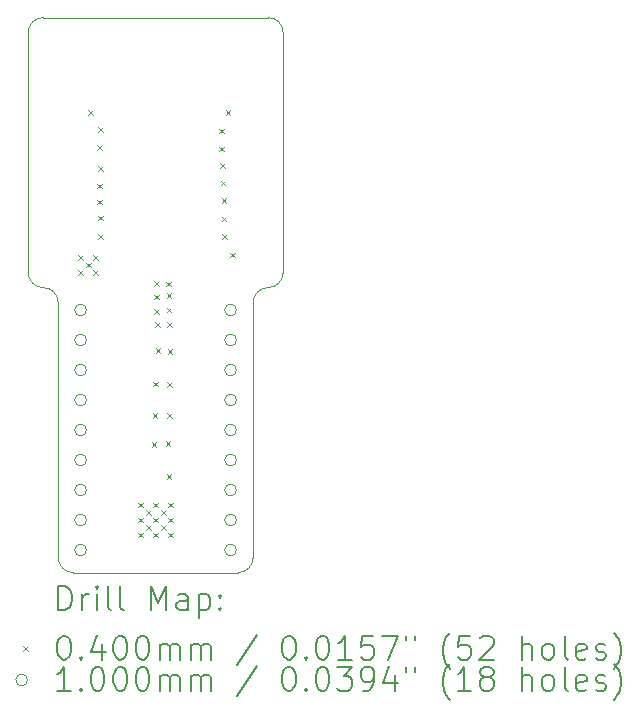
<source format=gbr>
%TF.GenerationSoftware,KiCad,Pcbnew,7.0.6*%
%TF.CreationDate,2023-07-20T15:13:18+09:00*%
%TF.ProjectId,esp32c3_test,65737033-3263-4335-9f74-6573742e6b69,rev?*%
%TF.SameCoordinates,PX7f2c270PY70a3730*%
%TF.FileFunction,Drillmap*%
%TF.FilePolarity,Positive*%
%FSLAX45Y45*%
G04 Gerber Fmt 4.5, Leading zero omitted, Abs format (unit mm)*
G04 Created by KiCad (PCBNEW 7.0.6) date 2023-07-20 15:13:18*
%MOMM*%
%LPD*%
G01*
G04 APERTURE LIST*
%ADD10C,0.100000*%
%ADD11C,0.200000*%
%ADD12C,0.040000*%
G04 APERTURE END LIST*
D10*
X2095500Y2476500D02*
G75*
G03*
X1968500Y2349500I0J-127000D01*
G01*
X2095500Y2476500D02*
G75*
G03*
X2222500Y2603500I0J127000D01*
G01*
X2222500Y4635500D02*
G75*
G03*
X2095500Y4762500I-127000J0D01*
G01*
X190500Y4762500D02*
G75*
G03*
X63500Y4635500I0J-127000D01*
G01*
X63500Y2603500D02*
G75*
G03*
X190500Y2476500I127000J0D01*
G01*
X317500Y2349500D02*
G75*
G03*
X190500Y2476500I-127000J0D01*
G01*
X317500Y190500D02*
G75*
G03*
X444500Y63500I127000J0D01*
G01*
X1841500Y63500D02*
G75*
G03*
X1968500Y190500I0J127000D01*
G01*
X1968500Y2349500D02*
X1968500Y190500D01*
X2222500Y4635500D02*
X2222500Y2603500D01*
X190500Y4762500D02*
X2095500Y4762500D01*
X63500Y2603500D02*
X63500Y4635500D01*
X317500Y190500D02*
X317500Y2349500D01*
X1841500Y63500D02*
X444500Y63500D01*
D11*
D12*
X488000Y2750500D02*
X528000Y2710500D01*
X528000Y2750500D02*
X488000Y2710500D01*
X488000Y2623500D02*
X528000Y2583500D01*
X528000Y2623500D02*
X488000Y2583500D01*
X551500Y2687000D02*
X591500Y2647000D01*
X591500Y2687000D02*
X551500Y2647000D01*
X570500Y3976000D02*
X610500Y3936000D01*
X610500Y3976000D02*
X570500Y3936000D01*
X615000Y2750500D02*
X655000Y2710500D01*
X655000Y2750500D02*
X615000Y2710500D01*
X615000Y2623500D02*
X655000Y2583500D01*
X655000Y2623500D02*
X615000Y2583500D01*
X648000Y3681000D02*
X688000Y3641000D01*
X688000Y3681000D02*
X648000Y3641000D01*
X648000Y3356000D02*
X688000Y3316000D01*
X688000Y3356000D02*
X648000Y3316000D01*
X648000Y3221000D02*
X688000Y3181000D01*
X688000Y3221000D02*
X648000Y3181000D01*
X653000Y3836000D02*
X693000Y3796000D01*
X693000Y3836000D02*
X653000Y3796000D01*
X653000Y3506000D02*
X693000Y3466000D01*
X693000Y3506000D02*
X653000Y3466000D01*
X653000Y3086000D02*
X693000Y3046000D01*
X693000Y3086000D02*
X653000Y3046000D01*
X653000Y2931000D02*
X693000Y2891000D01*
X693000Y2931000D02*
X653000Y2891000D01*
X996000Y655000D02*
X1036000Y615000D01*
X1036000Y655000D02*
X996000Y615000D01*
X996000Y528000D02*
X1036000Y488000D01*
X1036000Y528000D02*
X996000Y488000D01*
X996000Y401000D02*
X1036000Y361000D01*
X1036000Y401000D02*
X996000Y361000D01*
X1059500Y591500D02*
X1099500Y551500D01*
X1099500Y591500D02*
X1059500Y551500D01*
X1059500Y464500D02*
X1099500Y424500D01*
X1099500Y464500D02*
X1059500Y424500D01*
X1108000Y1168500D02*
X1148000Y1128500D01*
X1148000Y1168500D02*
X1108000Y1128500D01*
X1118000Y1411000D02*
X1158000Y1371000D01*
X1158000Y1411000D02*
X1118000Y1371000D01*
X1120500Y1681000D02*
X1160500Y1641000D01*
X1160500Y1681000D02*
X1120500Y1641000D01*
X1123000Y655000D02*
X1163000Y615000D01*
X1163000Y655000D02*
X1123000Y615000D01*
X1123000Y528000D02*
X1163000Y488000D01*
X1163000Y528000D02*
X1123000Y488000D01*
X1123000Y401000D02*
X1163000Y361000D01*
X1163000Y401000D02*
X1123000Y361000D01*
X1130500Y2528500D02*
X1170500Y2488500D01*
X1170500Y2528500D02*
X1130500Y2488500D01*
X1130500Y2416000D02*
X1170500Y2376000D01*
X1170500Y2416000D02*
X1130500Y2376000D01*
X1130500Y2296000D02*
X1170500Y2256000D01*
X1170500Y2296000D02*
X1130500Y2256000D01*
X1135500Y2186000D02*
X1175500Y2146000D01*
X1175500Y2186000D02*
X1135500Y2146000D01*
X1143437Y1961100D02*
X1183437Y1921100D01*
X1183437Y1961100D02*
X1143437Y1921100D01*
X1186500Y591500D02*
X1226500Y551500D01*
X1226500Y591500D02*
X1186500Y551500D01*
X1186500Y464500D02*
X1226500Y424500D01*
X1226500Y464500D02*
X1186500Y424500D01*
X1228000Y1173500D02*
X1268000Y1133500D01*
X1268000Y1173500D02*
X1228000Y1133500D01*
X1230500Y2526000D02*
X1270500Y2486000D01*
X1270500Y2526000D02*
X1230500Y2486000D01*
X1235500Y2306000D02*
X1275500Y2266000D01*
X1275500Y2306000D02*
X1235500Y2266000D01*
X1235500Y898500D02*
X1275500Y858500D01*
X1275500Y898500D02*
X1235500Y858500D01*
X1235619Y2426181D02*
X1275619Y2386181D01*
X1275619Y2426181D02*
X1235619Y2386181D01*
X1238000Y2183500D02*
X1278000Y2143500D01*
X1278000Y2183500D02*
X1238000Y2143500D01*
X1243000Y1676000D02*
X1283000Y1636000D01*
X1283000Y1676000D02*
X1243000Y1636000D01*
X1243000Y1413500D02*
X1283000Y1373500D01*
X1283000Y1413500D02*
X1243000Y1373500D01*
X1243270Y1956270D02*
X1283270Y1916270D01*
X1283270Y1956270D02*
X1243270Y1916270D01*
X1250000Y655000D02*
X1290000Y615000D01*
X1290000Y655000D02*
X1250000Y615000D01*
X1250000Y528000D02*
X1290000Y488000D01*
X1290000Y528000D02*
X1250000Y488000D01*
X1250000Y401000D02*
X1290000Y361000D01*
X1290000Y401000D02*
X1250000Y361000D01*
X1681730Y3822270D02*
X1721730Y3782270D01*
X1721730Y3822270D02*
X1681730Y3782270D01*
X1683000Y3668500D02*
X1723000Y3628500D01*
X1723000Y3668500D02*
X1683000Y3628500D01*
X1690500Y3528500D02*
X1730500Y3488500D01*
X1730500Y3528500D02*
X1690500Y3488500D01*
X1693000Y3381000D02*
X1733000Y3341000D01*
X1733000Y3381000D02*
X1693000Y3341000D01*
X1700500Y3236000D02*
X1740500Y3196000D01*
X1740500Y3236000D02*
X1700500Y3196000D01*
X1700500Y3076000D02*
X1740500Y3036000D01*
X1740500Y3076000D02*
X1700500Y3036000D01*
X1708000Y2931000D02*
X1748000Y2891000D01*
X1748000Y2931000D02*
X1708000Y2891000D01*
X1735500Y3978500D02*
X1775500Y3938500D01*
X1775500Y3978500D02*
X1735500Y3938500D01*
X1773000Y2771000D02*
X1813000Y2731000D01*
X1813000Y2771000D02*
X1773000Y2731000D01*
D10*
X558000Y2286000D02*
G75*
G03*
X558000Y2286000I-50000J0D01*
G01*
X558000Y2032000D02*
G75*
G03*
X558000Y2032000I-50000J0D01*
G01*
X558000Y1778000D02*
G75*
G03*
X558000Y1778000I-50000J0D01*
G01*
X558000Y1524000D02*
G75*
G03*
X558000Y1524000I-50000J0D01*
G01*
X558000Y1270000D02*
G75*
G03*
X558000Y1270000I-50000J0D01*
G01*
X558000Y1016000D02*
G75*
G03*
X558000Y1016000I-50000J0D01*
G01*
X558000Y762000D02*
G75*
G03*
X558000Y762000I-50000J0D01*
G01*
X558000Y508000D02*
G75*
G03*
X558000Y508000I-50000J0D01*
G01*
X558000Y254000D02*
G75*
G03*
X558000Y254000I-50000J0D01*
G01*
X1828000Y2286000D02*
G75*
G03*
X1828000Y2286000I-50000J0D01*
G01*
X1828000Y2032000D02*
G75*
G03*
X1828000Y2032000I-50000J0D01*
G01*
X1828000Y1778000D02*
G75*
G03*
X1828000Y1778000I-50000J0D01*
G01*
X1828000Y1524000D02*
G75*
G03*
X1828000Y1524000I-50000J0D01*
G01*
X1828000Y1270000D02*
G75*
G03*
X1828000Y1270000I-50000J0D01*
G01*
X1828000Y1016000D02*
G75*
G03*
X1828000Y1016000I-50000J0D01*
G01*
X1828000Y762000D02*
G75*
G03*
X1828000Y762000I-50000J0D01*
G01*
X1828000Y508000D02*
G75*
G03*
X1828000Y508000I-50000J0D01*
G01*
X1828000Y254000D02*
G75*
G03*
X1828000Y254000I-50000J0D01*
G01*
D11*
X319277Y-252984D02*
X319277Y-52984D01*
X319277Y-52984D02*
X366896Y-52984D01*
X366896Y-52984D02*
X395467Y-62508D01*
X395467Y-62508D02*
X414515Y-81555D01*
X414515Y-81555D02*
X424039Y-100603D01*
X424039Y-100603D02*
X433562Y-138698D01*
X433562Y-138698D02*
X433562Y-167270D01*
X433562Y-167270D02*
X424039Y-205365D01*
X424039Y-205365D02*
X414515Y-224412D01*
X414515Y-224412D02*
X395467Y-243460D01*
X395467Y-243460D02*
X366896Y-252984D01*
X366896Y-252984D02*
X319277Y-252984D01*
X519277Y-252984D02*
X519277Y-119650D01*
X519277Y-157746D02*
X528801Y-138698D01*
X528801Y-138698D02*
X538324Y-129174D01*
X538324Y-129174D02*
X557372Y-119650D01*
X557372Y-119650D02*
X576420Y-119650D01*
X643086Y-252984D02*
X643086Y-119650D01*
X643086Y-52984D02*
X633563Y-62508D01*
X633563Y-62508D02*
X643086Y-72031D01*
X643086Y-72031D02*
X652610Y-62508D01*
X652610Y-62508D02*
X643086Y-52984D01*
X643086Y-52984D02*
X643086Y-72031D01*
X766896Y-252984D02*
X747848Y-243460D01*
X747848Y-243460D02*
X738324Y-224412D01*
X738324Y-224412D02*
X738324Y-52984D01*
X871658Y-252984D02*
X852610Y-243460D01*
X852610Y-243460D02*
X843086Y-224412D01*
X843086Y-224412D02*
X843086Y-52984D01*
X1100229Y-252984D02*
X1100229Y-52984D01*
X1100229Y-52984D02*
X1166896Y-195841D01*
X1166896Y-195841D02*
X1233563Y-52984D01*
X1233563Y-52984D02*
X1233563Y-252984D01*
X1414515Y-252984D02*
X1414515Y-148222D01*
X1414515Y-148222D02*
X1404991Y-129174D01*
X1404991Y-129174D02*
X1385944Y-119650D01*
X1385944Y-119650D02*
X1347848Y-119650D01*
X1347848Y-119650D02*
X1328801Y-129174D01*
X1414515Y-243460D02*
X1395467Y-252984D01*
X1395467Y-252984D02*
X1347848Y-252984D01*
X1347848Y-252984D02*
X1328801Y-243460D01*
X1328801Y-243460D02*
X1319277Y-224412D01*
X1319277Y-224412D02*
X1319277Y-205365D01*
X1319277Y-205365D02*
X1328801Y-186317D01*
X1328801Y-186317D02*
X1347848Y-176793D01*
X1347848Y-176793D02*
X1395467Y-176793D01*
X1395467Y-176793D02*
X1414515Y-167270D01*
X1509753Y-119650D02*
X1509753Y-319650D01*
X1509753Y-129174D02*
X1528801Y-119650D01*
X1528801Y-119650D02*
X1566896Y-119650D01*
X1566896Y-119650D02*
X1585943Y-129174D01*
X1585943Y-129174D02*
X1595467Y-138698D01*
X1595467Y-138698D02*
X1604991Y-157746D01*
X1604991Y-157746D02*
X1604991Y-214888D01*
X1604991Y-214888D02*
X1595467Y-233936D01*
X1595467Y-233936D02*
X1585943Y-243460D01*
X1585943Y-243460D02*
X1566896Y-252984D01*
X1566896Y-252984D02*
X1528801Y-252984D01*
X1528801Y-252984D02*
X1509753Y-243460D01*
X1690705Y-233936D02*
X1700229Y-243460D01*
X1700229Y-243460D02*
X1690705Y-252984D01*
X1690705Y-252984D02*
X1681182Y-243460D01*
X1681182Y-243460D02*
X1690705Y-233936D01*
X1690705Y-233936D02*
X1690705Y-252984D01*
X1690705Y-129174D02*
X1700229Y-138698D01*
X1700229Y-138698D02*
X1690705Y-148222D01*
X1690705Y-148222D02*
X1681182Y-138698D01*
X1681182Y-138698D02*
X1690705Y-129174D01*
X1690705Y-129174D02*
X1690705Y-148222D01*
D12*
X18500Y-561500D02*
X58500Y-601500D01*
X58500Y-561500D02*
X18500Y-601500D01*
D11*
X357372Y-472984D02*
X376420Y-472984D01*
X376420Y-472984D02*
X395467Y-482508D01*
X395467Y-482508D02*
X404991Y-492031D01*
X404991Y-492031D02*
X414515Y-511079D01*
X414515Y-511079D02*
X424039Y-549174D01*
X424039Y-549174D02*
X424039Y-596793D01*
X424039Y-596793D02*
X414515Y-634889D01*
X414515Y-634889D02*
X404991Y-653936D01*
X404991Y-653936D02*
X395467Y-663460D01*
X395467Y-663460D02*
X376420Y-672984D01*
X376420Y-672984D02*
X357372Y-672984D01*
X357372Y-672984D02*
X338324Y-663460D01*
X338324Y-663460D02*
X328801Y-653936D01*
X328801Y-653936D02*
X319277Y-634889D01*
X319277Y-634889D02*
X309753Y-596793D01*
X309753Y-596793D02*
X309753Y-549174D01*
X309753Y-549174D02*
X319277Y-511079D01*
X319277Y-511079D02*
X328801Y-492031D01*
X328801Y-492031D02*
X338324Y-482508D01*
X338324Y-482508D02*
X357372Y-472984D01*
X509753Y-653936D02*
X519277Y-663460D01*
X519277Y-663460D02*
X509753Y-672984D01*
X509753Y-672984D02*
X500229Y-663460D01*
X500229Y-663460D02*
X509753Y-653936D01*
X509753Y-653936D02*
X509753Y-672984D01*
X690705Y-539650D02*
X690705Y-672984D01*
X643086Y-463460D02*
X595467Y-606317D01*
X595467Y-606317D02*
X719277Y-606317D01*
X833562Y-472984D02*
X852610Y-472984D01*
X852610Y-472984D02*
X871658Y-482508D01*
X871658Y-482508D02*
X881182Y-492031D01*
X881182Y-492031D02*
X890705Y-511079D01*
X890705Y-511079D02*
X900229Y-549174D01*
X900229Y-549174D02*
X900229Y-596793D01*
X900229Y-596793D02*
X890705Y-634889D01*
X890705Y-634889D02*
X881182Y-653936D01*
X881182Y-653936D02*
X871658Y-663460D01*
X871658Y-663460D02*
X852610Y-672984D01*
X852610Y-672984D02*
X833562Y-672984D01*
X833562Y-672984D02*
X814515Y-663460D01*
X814515Y-663460D02*
X804991Y-653936D01*
X804991Y-653936D02*
X795467Y-634889D01*
X795467Y-634889D02*
X785943Y-596793D01*
X785943Y-596793D02*
X785943Y-549174D01*
X785943Y-549174D02*
X795467Y-511079D01*
X795467Y-511079D02*
X804991Y-492031D01*
X804991Y-492031D02*
X814515Y-482508D01*
X814515Y-482508D02*
X833562Y-472984D01*
X1024039Y-472984D02*
X1043086Y-472984D01*
X1043086Y-472984D02*
X1062134Y-482508D01*
X1062134Y-482508D02*
X1071658Y-492031D01*
X1071658Y-492031D02*
X1081182Y-511079D01*
X1081182Y-511079D02*
X1090705Y-549174D01*
X1090705Y-549174D02*
X1090705Y-596793D01*
X1090705Y-596793D02*
X1081182Y-634889D01*
X1081182Y-634889D02*
X1071658Y-653936D01*
X1071658Y-653936D02*
X1062134Y-663460D01*
X1062134Y-663460D02*
X1043086Y-672984D01*
X1043086Y-672984D02*
X1024039Y-672984D01*
X1024039Y-672984D02*
X1004991Y-663460D01*
X1004991Y-663460D02*
X995467Y-653936D01*
X995467Y-653936D02*
X985943Y-634889D01*
X985943Y-634889D02*
X976420Y-596793D01*
X976420Y-596793D02*
X976420Y-549174D01*
X976420Y-549174D02*
X985943Y-511079D01*
X985943Y-511079D02*
X995467Y-492031D01*
X995467Y-492031D02*
X1004991Y-482508D01*
X1004991Y-482508D02*
X1024039Y-472984D01*
X1176420Y-672984D02*
X1176420Y-539650D01*
X1176420Y-558698D02*
X1185944Y-549174D01*
X1185944Y-549174D02*
X1204991Y-539650D01*
X1204991Y-539650D02*
X1233563Y-539650D01*
X1233563Y-539650D02*
X1252610Y-549174D01*
X1252610Y-549174D02*
X1262134Y-568222D01*
X1262134Y-568222D02*
X1262134Y-672984D01*
X1262134Y-568222D02*
X1271658Y-549174D01*
X1271658Y-549174D02*
X1290705Y-539650D01*
X1290705Y-539650D02*
X1319277Y-539650D01*
X1319277Y-539650D02*
X1338325Y-549174D01*
X1338325Y-549174D02*
X1347848Y-568222D01*
X1347848Y-568222D02*
X1347848Y-672984D01*
X1443086Y-672984D02*
X1443086Y-539650D01*
X1443086Y-558698D02*
X1452610Y-549174D01*
X1452610Y-549174D02*
X1471658Y-539650D01*
X1471658Y-539650D02*
X1500229Y-539650D01*
X1500229Y-539650D02*
X1519277Y-549174D01*
X1519277Y-549174D02*
X1528801Y-568222D01*
X1528801Y-568222D02*
X1528801Y-672984D01*
X1528801Y-568222D02*
X1538324Y-549174D01*
X1538324Y-549174D02*
X1557372Y-539650D01*
X1557372Y-539650D02*
X1585943Y-539650D01*
X1585943Y-539650D02*
X1604991Y-549174D01*
X1604991Y-549174D02*
X1614515Y-568222D01*
X1614515Y-568222D02*
X1614515Y-672984D01*
X2004991Y-463460D02*
X1833563Y-720603D01*
X2262134Y-472984D02*
X2281182Y-472984D01*
X2281182Y-472984D02*
X2300229Y-482508D01*
X2300229Y-482508D02*
X2309753Y-492031D01*
X2309753Y-492031D02*
X2319277Y-511079D01*
X2319277Y-511079D02*
X2328801Y-549174D01*
X2328801Y-549174D02*
X2328801Y-596793D01*
X2328801Y-596793D02*
X2319277Y-634889D01*
X2319277Y-634889D02*
X2309753Y-653936D01*
X2309753Y-653936D02*
X2300229Y-663460D01*
X2300229Y-663460D02*
X2281182Y-672984D01*
X2281182Y-672984D02*
X2262134Y-672984D01*
X2262134Y-672984D02*
X2243087Y-663460D01*
X2243087Y-663460D02*
X2233563Y-653936D01*
X2233563Y-653936D02*
X2224039Y-634889D01*
X2224039Y-634889D02*
X2214515Y-596793D01*
X2214515Y-596793D02*
X2214515Y-549174D01*
X2214515Y-549174D02*
X2224039Y-511079D01*
X2224039Y-511079D02*
X2233563Y-492031D01*
X2233563Y-492031D02*
X2243087Y-482508D01*
X2243087Y-482508D02*
X2262134Y-472984D01*
X2414515Y-653936D02*
X2424039Y-663460D01*
X2424039Y-663460D02*
X2414515Y-672984D01*
X2414515Y-672984D02*
X2404991Y-663460D01*
X2404991Y-663460D02*
X2414515Y-653936D01*
X2414515Y-653936D02*
X2414515Y-672984D01*
X2547848Y-472984D02*
X2566896Y-472984D01*
X2566896Y-472984D02*
X2585944Y-482508D01*
X2585944Y-482508D02*
X2595468Y-492031D01*
X2595468Y-492031D02*
X2604991Y-511079D01*
X2604991Y-511079D02*
X2614515Y-549174D01*
X2614515Y-549174D02*
X2614515Y-596793D01*
X2614515Y-596793D02*
X2604991Y-634889D01*
X2604991Y-634889D02*
X2595468Y-653936D01*
X2595468Y-653936D02*
X2585944Y-663460D01*
X2585944Y-663460D02*
X2566896Y-672984D01*
X2566896Y-672984D02*
X2547848Y-672984D01*
X2547848Y-672984D02*
X2528801Y-663460D01*
X2528801Y-663460D02*
X2519277Y-653936D01*
X2519277Y-653936D02*
X2509753Y-634889D01*
X2509753Y-634889D02*
X2500229Y-596793D01*
X2500229Y-596793D02*
X2500229Y-549174D01*
X2500229Y-549174D02*
X2509753Y-511079D01*
X2509753Y-511079D02*
X2519277Y-492031D01*
X2519277Y-492031D02*
X2528801Y-482508D01*
X2528801Y-482508D02*
X2547848Y-472984D01*
X2804991Y-672984D02*
X2690706Y-672984D01*
X2747848Y-672984D02*
X2747848Y-472984D01*
X2747848Y-472984D02*
X2728801Y-501555D01*
X2728801Y-501555D02*
X2709753Y-520603D01*
X2709753Y-520603D02*
X2690706Y-530127D01*
X2985944Y-472984D02*
X2890706Y-472984D01*
X2890706Y-472984D02*
X2881182Y-568222D01*
X2881182Y-568222D02*
X2890706Y-558698D01*
X2890706Y-558698D02*
X2909753Y-549174D01*
X2909753Y-549174D02*
X2957372Y-549174D01*
X2957372Y-549174D02*
X2976420Y-558698D01*
X2976420Y-558698D02*
X2985944Y-568222D01*
X2985944Y-568222D02*
X2995467Y-587270D01*
X2995467Y-587270D02*
X2995467Y-634889D01*
X2995467Y-634889D02*
X2985944Y-653936D01*
X2985944Y-653936D02*
X2976420Y-663460D01*
X2976420Y-663460D02*
X2957372Y-672984D01*
X2957372Y-672984D02*
X2909753Y-672984D01*
X2909753Y-672984D02*
X2890706Y-663460D01*
X2890706Y-663460D02*
X2881182Y-653936D01*
X3062134Y-472984D02*
X3195467Y-472984D01*
X3195467Y-472984D02*
X3109753Y-672984D01*
X3262134Y-472984D02*
X3262134Y-511079D01*
X3338325Y-472984D02*
X3338325Y-511079D01*
X3633563Y-749174D02*
X3624039Y-739650D01*
X3624039Y-739650D02*
X3604991Y-711079D01*
X3604991Y-711079D02*
X3595468Y-692031D01*
X3595468Y-692031D02*
X3585944Y-663460D01*
X3585944Y-663460D02*
X3576420Y-615841D01*
X3576420Y-615841D02*
X3576420Y-577746D01*
X3576420Y-577746D02*
X3585944Y-530127D01*
X3585944Y-530127D02*
X3595468Y-501555D01*
X3595468Y-501555D02*
X3604991Y-482508D01*
X3604991Y-482508D02*
X3624039Y-453936D01*
X3624039Y-453936D02*
X3633563Y-444412D01*
X3804991Y-472984D02*
X3709753Y-472984D01*
X3709753Y-472984D02*
X3700229Y-568222D01*
X3700229Y-568222D02*
X3709753Y-558698D01*
X3709753Y-558698D02*
X3728801Y-549174D01*
X3728801Y-549174D02*
X3776420Y-549174D01*
X3776420Y-549174D02*
X3795468Y-558698D01*
X3795468Y-558698D02*
X3804991Y-568222D01*
X3804991Y-568222D02*
X3814515Y-587270D01*
X3814515Y-587270D02*
X3814515Y-634889D01*
X3814515Y-634889D02*
X3804991Y-653936D01*
X3804991Y-653936D02*
X3795468Y-663460D01*
X3795468Y-663460D02*
X3776420Y-672984D01*
X3776420Y-672984D02*
X3728801Y-672984D01*
X3728801Y-672984D02*
X3709753Y-663460D01*
X3709753Y-663460D02*
X3700229Y-653936D01*
X3890706Y-492031D02*
X3900229Y-482508D01*
X3900229Y-482508D02*
X3919277Y-472984D01*
X3919277Y-472984D02*
X3966896Y-472984D01*
X3966896Y-472984D02*
X3985944Y-482508D01*
X3985944Y-482508D02*
X3995468Y-492031D01*
X3995468Y-492031D02*
X4004991Y-511079D01*
X4004991Y-511079D02*
X4004991Y-530127D01*
X4004991Y-530127D02*
X3995468Y-558698D01*
X3995468Y-558698D02*
X3881182Y-672984D01*
X3881182Y-672984D02*
X4004991Y-672984D01*
X4243087Y-672984D02*
X4243087Y-472984D01*
X4328801Y-672984D02*
X4328801Y-568222D01*
X4328801Y-568222D02*
X4319277Y-549174D01*
X4319277Y-549174D02*
X4300230Y-539650D01*
X4300230Y-539650D02*
X4271658Y-539650D01*
X4271658Y-539650D02*
X4252611Y-549174D01*
X4252611Y-549174D02*
X4243087Y-558698D01*
X4452611Y-672984D02*
X4433563Y-663460D01*
X4433563Y-663460D02*
X4424039Y-653936D01*
X4424039Y-653936D02*
X4414515Y-634889D01*
X4414515Y-634889D02*
X4414515Y-577746D01*
X4414515Y-577746D02*
X4424039Y-558698D01*
X4424039Y-558698D02*
X4433563Y-549174D01*
X4433563Y-549174D02*
X4452611Y-539650D01*
X4452611Y-539650D02*
X4481182Y-539650D01*
X4481182Y-539650D02*
X4500230Y-549174D01*
X4500230Y-549174D02*
X4509753Y-558698D01*
X4509753Y-558698D02*
X4519277Y-577746D01*
X4519277Y-577746D02*
X4519277Y-634889D01*
X4519277Y-634889D02*
X4509753Y-653936D01*
X4509753Y-653936D02*
X4500230Y-663460D01*
X4500230Y-663460D02*
X4481182Y-672984D01*
X4481182Y-672984D02*
X4452611Y-672984D01*
X4633563Y-672984D02*
X4614515Y-663460D01*
X4614515Y-663460D02*
X4604992Y-644412D01*
X4604992Y-644412D02*
X4604992Y-472984D01*
X4785944Y-663460D02*
X4766896Y-672984D01*
X4766896Y-672984D02*
X4728801Y-672984D01*
X4728801Y-672984D02*
X4709753Y-663460D01*
X4709753Y-663460D02*
X4700230Y-644412D01*
X4700230Y-644412D02*
X4700230Y-568222D01*
X4700230Y-568222D02*
X4709753Y-549174D01*
X4709753Y-549174D02*
X4728801Y-539650D01*
X4728801Y-539650D02*
X4766896Y-539650D01*
X4766896Y-539650D02*
X4785944Y-549174D01*
X4785944Y-549174D02*
X4795468Y-568222D01*
X4795468Y-568222D02*
X4795468Y-587270D01*
X4795468Y-587270D02*
X4700230Y-606317D01*
X4871658Y-663460D02*
X4890706Y-672984D01*
X4890706Y-672984D02*
X4928801Y-672984D01*
X4928801Y-672984D02*
X4947849Y-663460D01*
X4947849Y-663460D02*
X4957373Y-644412D01*
X4957373Y-644412D02*
X4957373Y-634889D01*
X4957373Y-634889D02*
X4947849Y-615841D01*
X4947849Y-615841D02*
X4928801Y-606317D01*
X4928801Y-606317D02*
X4900230Y-606317D01*
X4900230Y-606317D02*
X4881182Y-596793D01*
X4881182Y-596793D02*
X4871658Y-577746D01*
X4871658Y-577746D02*
X4871658Y-568222D01*
X4871658Y-568222D02*
X4881182Y-549174D01*
X4881182Y-549174D02*
X4900230Y-539650D01*
X4900230Y-539650D02*
X4928801Y-539650D01*
X4928801Y-539650D02*
X4947849Y-549174D01*
X5024039Y-749174D02*
X5033563Y-739650D01*
X5033563Y-739650D02*
X5052611Y-711079D01*
X5052611Y-711079D02*
X5062134Y-692031D01*
X5062134Y-692031D02*
X5071658Y-663460D01*
X5071658Y-663460D02*
X5081182Y-615841D01*
X5081182Y-615841D02*
X5081182Y-577746D01*
X5081182Y-577746D02*
X5071658Y-530127D01*
X5071658Y-530127D02*
X5062134Y-501555D01*
X5062134Y-501555D02*
X5052611Y-482508D01*
X5052611Y-482508D02*
X5033563Y-453936D01*
X5033563Y-453936D02*
X5024039Y-444412D01*
D10*
X58500Y-845500D02*
G75*
G03*
X58500Y-845500I-50000J0D01*
G01*
D11*
X424039Y-936984D02*
X309753Y-936984D01*
X366896Y-936984D02*
X366896Y-736984D01*
X366896Y-736984D02*
X347848Y-765555D01*
X347848Y-765555D02*
X328801Y-784603D01*
X328801Y-784603D02*
X309753Y-794127D01*
X509753Y-917936D02*
X519277Y-927460D01*
X519277Y-927460D02*
X509753Y-936984D01*
X509753Y-936984D02*
X500229Y-927460D01*
X500229Y-927460D02*
X509753Y-917936D01*
X509753Y-917936D02*
X509753Y-936984D01*
X643086Y-736984D02*
X662134Y-736984D01*
X662134Y-736984D02*
X681182Y-746508D01*
X681182Y-746508D02*
X690705Y-756031D01*
X690705Y-756031D02*
X700229Y-775079D01*
X700229Y-775079D02*
X709753Y-813174D01*
X709753Y-813174D02*
X709753Y-860793D01*
X709753Y-860793D02*
X700229Y-898888D01*
X700229Y-898888D02*
X690705Y-917936D01*
X690705Y-917936D02*
X681182Y-927460D01*
X681182Y-927460D02*
X662134Y-936984D01*
X662134Y-936984D02*
X643086Y-936984D01*
X643086Y-936984D02*
X624039Y-927460D01*
X624039Y-927460D02*
X614515Y-917936D01*
X614515Y-917936D02*
X604991Y-898888D01*
X604991Y-898888D02*
X595467Y-860793D01*
X595467Y-860793D02*
X595467Y-813174D01*
X595467Y-813174D02*
X604991Y-775079D01*
X604991Y-775079D02*
X614515Y-756031D01*
X614515Y-756031D02*
X624039Y-746508D01*
X624039Y-746508D02*
X643086Y-736984D01*
X833562Y-736984D02*
X852610Y-736984D01*
X852610Y-736984D02*
X871658Y-746508D01*
X871658Y-746508D02*
X881182Y-756031D01*
X881182Y-756031D02*
X890705Y-775079D01*
X890705Y-775079D02*
X900229Y-813174D01*
X900229Y-813174D02*
X900229Y-860793D01*
X900229Y-860793D02*
X890705Y-898888D01*
X890705Y-898888D02*
X881182Y-917936D01*
X881182Y-917936D02*
X871658Y-927460D01*
X871658Y-927460D02*
X852610Y-936984D01*
X852610Y-936984D02*
X833562Y-936984D01*
X833562Y-936984D02*
X814515Y-927460D01*
X814515Y-927460D02*
X804991Y-917936D01*
X804991Y-917936D02*
X795467Y-898888D01*
X795467Y-898888D02*
X785943Y-860793D01*
X785943Y-860793D02*
X785943Y-813174D01*
X785943Y-813174D02*
X795467Y-775079D01*
X795467Y-775079D02*
X804991Y-756031D01*
X804991Y-756031D02*
X814515Y-746508D01*
X814515Y-746508D02*
X833562Y-736984D01*
X1024039Y-736984D02*
X1043086Y-736984D01*
X1043086Y-736984D02*
X1062134Y-746508D01*
X1062134Y-746508D02*
X1071658Y-756031D01*
X1071658Y-756031D02*
X1081182Y-775079D01*
X1081182Y-775079D02*
X1090705Y-813174D01*
X1090705Y-813174D02*
X1090705Y-860793D01*
X1090705Y-860793D02*
X1081182Y-898888D01*
X1081182Y-898888D02*
X1071658Y-917936D01*
X1071658Y-917936D02*
X1062134Y-927460D01*
X1062134Y-927460D02*
X1043086Y-936984D01*
X1043086Y-936984D02*
X1024039Y-936984D01*
X1024039Y-936984D02*
X1004991Y-927460D01*
X1004991Y-927460D02*
X995467Y-917936D01*
X995467Y-917936D02*
X985943Y-898888D01*
X985943Y-898888D02*
X976420Y-860793D01*
X976420Y-860793D02*
X976420Y-813174D01*
X976420Y-813174D02*
X985943Y-775079D01*
X985943Y-775079D02*
X995467Y-756031D01*
X995467Y-756031D02*
X1004991Y-746508D01*
X1004991Y-746508D02*
X1024039Y-736984D01*
X1176420Y-936984D02*
X1176420Y-803650D01*
X1176420Y-822698D02*
X1185944Y-813174D01*
X1185944Y-813174D02*
X1204991Y-803650D01*
X1204991Y-803650D02*
X1233563Y-803650D01*
X1233563Y-803650D02*
X1252610Y-813174D01*
X1252610Y-813174D02*
X1262134Y-832222D01*
X1262134Y-832222D02*
X1262134Y-936984D01*
X1262134Y-832222D02*
X1271658Y-813174D01*
X1271658Y-813174D02*
X1290705Y-803650D01*
X1290705Y-803650D02*
X1319277Y-803650D01*
X1319277Y-803650D02*
X1338325Y-813174D01*
X1338325Y-813174D02*
X1347848Y-832222D01*
X1347848Y-832222D02*
X1347848Y-936984D01*
X1443086Y-936984D02*
X1443086Y-803650D01*
X1443086Y-822698D02*
X1452610Y-813174D01*
X1452610Y-813174D02*
X1471658Y-803650D01*
X1471658Y-803650D02*
X1500229Y-803650D01*
X1500229Y-803650D02*
X1519277Y-813174D01*
X1519277Y-813174D02*
X1528801Y-832222D01*
X1528801Y-832222D02*
X1528801Y-936984D01*
X1528801Y-832222D02*
X1538324Y-813174D01*
X1538324Y-813174D02*
X1557372Y-803650D01*
X1557372Y-803650D02*
X1585943Y-803650D01*
X1585943Y-803650D02*
X1604991Y-813174D01*
X1604991Y-813174D02*
X1614515Y-832222D01*
X1614515Y-832222D02*
X1614515Y-936984D01*
X2004991Y-727460D02*
X1833563Y-984603D01*
X2262134Y-736984D02*
X2281182Y-736984D01*
X2281182Y-736984D02*
X2300229Y-746508D01*
X2300229Y-746508D02*
X2309753Y-756031D01*
X2309753Y-756031D02*
X2319277Y-775079D01*
X2319277Y-775079D02*
X2328801Y-813174D01*
X2328801Y-813174D02*
X2328801Y-860793D01*
X2328801Y-860793D02*
X2319277Y-898888D01*
X2319277Y-898888D02*
X2309753Y-917936D01*
X2309753Y-917936D02*
X2300229Y-927460D01*
X2300229Y-927460D02*
X2281182Y-936984D01*
X2281182Y-936984D02*
X2262134Y-936984D01*
X2262134Y-936984D02*
X2243087Y-927460D01*
X2243087Y-927460D02*
X2233563Y-917936D01*
X2233563Y-917936D02*
X2224039Y-898888D01*
X2224039Y-898888D02*
X2214515Y-860793D01*
X2214515Y-860793D02*
X2214515Y-813174D01*
X2214515Y-813174D02*
X2224039Y-775079D01*
X2224039Y-775079D02*
X2233563Y-756031D01*
X2233563Y-756031D02*
X2243087Y-746508D01*
X2243087Y-746508D02*
X2262134Y-736984D01*
X2414515Y-917936D02*
X2424039Y-927460D01*
X2424039Y-927460D02*
X2414515Y-936984D01*
X2414515Y-936984D02*
X2404991Y-927460D01*
X2404991Y-927460D02*
X2414515Y-917936D01*
X2414515Y-917936D02*
X2414515Y-936984D01*
X2547848Y-736984D02*
X2566896Y-736984D01*
X2566896Y-736984D02*
X2585944Y-746508D01*
X2585944Y-746508D02*
X2595468Y-756031D01*
X2595468Y-756031D02*
X2604991Y-775079D01*
X2604991Y-775079D02*
X2614515Y-813174D01*
X2614515Y-813174D02*
X2614515Y-860793D01*
X2614515Y-860793D02*
X2604991Y-898888D01*
X2604991Y-898888D02*
X2595468Y-917936D01*
X2595468Y-917936D02*
X2585944Y-927460D01*
X2585944Y-927460D02*
X2566896Y-936984D01*
X2566896Y-936984D02*
X2547848Y-936984D01*
X2547848Y-936984D02*
X2528801Y-927460D01*
X2528801Y-927460D02*
X2519277Y-917936D01*
X2519277Y-917936D02*
X2509753Y-898888D01*
X2509753Y-898888D02*
X2500229Y-860793D01*
X2500229Y-860793D02*
X2500229Y-813174D01*
X2500229Y-813174D02*
X2509753Y-775079D01*
X2509753Y-775079D02*
X2519277Y-756031D01*
X2519277Y-756031D02*
X2528801Y-746508D01*
X2528801Y-746508D02*
X2547848Y-736984D01*
X2681182Y-736984D02*
X2804991Y-736984D01*
X2804991Y-736984D02*
X2738325Y-813174D01*
X2738325Y-813174D02*
X2766896Y-813174D01*
X2766896Y-813174D02*
X2785944Y-822698D01*
X2785944Y-822698D02*
X2795468Y-832222D01*
X2795468Y-832222D02*
X2804991Y-851269D01*
X2804991Y-851269D02*
X2804991Y-898888D01*
X2804991Y-898888D02*
X2795468Y-917936D01*
X2795468Y-917936D02*
X2785944Y-927460D01*
X2785944Y-927460D02*
X2766896Y-936984D01*
X2766896Y-936984D02*
X2709753Y-936984D01*
X2709753Y-936984D02*
X2690706Y-927460D01*
X2690706Y-927460D02*
X2681182Y-917936D01*
X2900229Y-936984D02*
X2938325Y-936984D01*
X2938325Y-936984D02*
X2957372Y-927460D01*
X2957372Y-927460D02*
X2966896Y-917936D01*
X2966896Y-917936D02*
X2985944Y-889365D01*
X2985944Y-889365D02*
X2995467Y-851269D01*
X2995467Y-851269D02*
X2995467Y-775079D01*
X2995467Y-775079D02*
X2985944Y-756031D01*
X2985944Y-756031D02*
X2976420Y-746508D01*
X2976420Y-746508D02*
X2957372Y-736984D01*
X2957372Y-736984D02*
X2919277Y-736984D01*
X2919277Y-736984D02*
X2900229Y-746508D01*
X2900229Y-746508D02*
X2890706Y-756031D01*
X2890706Y-756031D02*
X2881182Y-775079D01*
X2881182Y-775079D02*
X2881182Y-822698D01*
X2881182Y-822698D02*
X2890706Y-841746D01*
X2890706Y-841746D02*
X2900229Y-851269D01*
X2900229Y-851269D02*
X2919277Y-860793D01*
X2919277Y-860793D02*
X2957372Y-860793D01*
X2957372Y-860793D02*
X2976420Y-851269D01*
X2976420Y-851269D02*
X2985944Y-841746D01*
X2985944Y-841746D02*
X2995467Y-822698D01*
X3166896Y-803650D02*
X3166896Y-936984D01*
X3119277Y-727460D02*
X3071658Y-870317D01*
X3071658Y-870317D02*
X3195467Y-870317D01*
X3262134Y-736984D02*
X3262134Y-775079D01*
X3338325Y-736984D02*
X3338325Y-775079D01*
X3633563Y-1013174D02*
X3624039Y-1003650D01*
X3624039Y-1003650D02*
X3604991Y-975079D01*
X3604991Y-975079D02*
X3595468Y-956031D01*
X3595468Y-956031D02*
X3585944Y-927460D01*
X3585944Y-927460D02*
X3576420Y-879841D01*
X3576420Y-879841D02*
X3576420Y-841746D01*
X3576420Y-841746D02*
X3585944Y-794127D01*
X3585944Y-794127D02*
X3595468Y-765555D01*
X3595468Y-765555D02*
X3604991Y-746508D01*
X3604991Y-746508D02*
X3624039Y-717936D01*
X3624039Y-717936D02*
X3633563Y-708412D01*
X3814515Y-936984D02*
X3700229Y-936984D01*
X3757372Y-936984D02*
X3757372Y-736984D01*
X3757372Y-736984D02*
X3738325Y-765555D01*
X3738325Y-765555D02*
X3719277Y-784603D01*
X3719277Y-784603D02*
X3700229Y-794127D01*
X3928801Y-822698D02*
X3909753Y-813174D01*
X3909753Y-813174D02*
X3900229Y-803650D01*
X3900229Y-803650D02*
X3890706Y-784603D01*
X3890706Y-784603D02*
X3890706Y-775079D01*
X3890706Y-775079D02*
X3900229Y-756031D01*
X3900229Y-756031D02*
X3909753Y-746508D01*
X3909753Y-746508D02*
X3928801Y-736984D01*
X3928801Y-736984D02*
X3966896Y-736984D01*
X3966896Y-736984D02*
X3985944Y-746508D01*
X3985944Y-746508D02*
X3995468Y-756031D01*
X3995468Y-756031D02*
X4004991Y-775079D01*
X4004991Y-775079D02*
X4004991Y-784603D01*
X4004991Y-784603D02*
X3995468Y-803650D01*
X3995468Y-803650D02*
X3985944Y-813174D01*
X3985944Y-813174D02*
X3966896Y-822698D01*
X3966896Y-822698D02*
X3928801Y-822698D01*
X3928801Y-822698D02*
X3909753Y-832222D01*
X3909753Y-832222D02*
X3900229Y-841746D01*
X3900229Y-841746D02*
X3890706Y-860793D01*
X3890706Y-860793D02*
X3890706Y-898888D01*
X3890706Y-898888D02*
X3900229Y-917936D01*
X3900229Y-917936D02*
X3909753Y-927460D01*
X3909753Y-927460D02*
X3928801Y-936984D01*
X3928801Y-936984D02*
X3966896Y-936984D01*
X3966896Y-936984D02*
X3985944Y-927460D01*
X3985944Y-927460D02*
X3995468Y-917936D01*
X3995468Y-917936D02*
X4004991Y-898888D01*
X4004991Y-898888D02*
X4004991Y-860793D01*
X4004991Y-860793D02*
X3995468Y-841746D01*
X3995468Y-841746D02*
X3985944Y-832222D01*
X3985944Y-832222D02*
X3966896Y-822698D01*
X4243087Y-936984D02*
X4243087Y-736984D01*
X4328801Y-936984D02*
X4328801Y-832222D01*
X4328801Y-832222D02*
X4319277Y-813174D01*
X4319277Y-813174D02*
X4300230Y-803650D01*
X4300230Y-803650D02*
X4271658Y-803650D01*
X4271658Y-803650D02*
X4252611Y-813174D01*
X4252611Y-813174D02*
X4243087Y-822698D01*
X4452611Y-936984D02*
X4433563Y-927460D01*
X4433563Y-927460D02*
X4424039Y-917936D01*
X4424039Y-917936D02*
X4414515Y-898888D01*
X4414515Y-898888D02*
X4414515Y-841746D01*
X4414515Y-841746D02*
X4424039Y-822698D01*
X4424039Y-822698D02*
X4433563Y-813174D01*
X4433563Y-813174D02*
X4452611Y-803650D01*
X4452611Y-803650D02*
X4481182Y-803650D01*
X4481182Y-803650D02*
X4500230Y-813174D01*
X4500230Y-813174D02*
X4509753Y-822698D01*
X4509753Y-822698D02*
X4519277Y-841746D01*
X4519277Y-841746D02*
X4519277Y-898888D01*
X4519277Y-898888D02*
X4509753Y-917936D01*
X4509753Y-917936D02*
X4500230Y-927460D01*
X4500230Y-927460D02*
X4481182Y-936984D01*
X4481182Y-936984D02*
X4452611Y-936984D01*
X4633563Y-936984D02*
X4614515Y-927460D01*
X4614515Y-927460D02*
X4604992Y-908412D01*
X4604992Y-908412D02*
X4604992Y-736984D01*
X4785944Y-927460D02*
X4766896Y-936984D01*
X4766896Y-936984D02*
X4728801Y-936984D01*
X4728801Y-936984D02*
X4709753Y-927460D01*
X4709753Y-927460D02*
X4700230Y-908412D01*
X4700230Y-908412D02*
X4700230Y-832222D01*
X4700230Y-832222D02*
X4709753Y-813174D01*
X4709753Y-813174D02*
X4728801Y-803650D01*
X4728801Y-803650D02*
X4766896Y-803650D01*
X4766896Y-803650D02*
X4785944Y-813174D01*
X4785944Y-813174D02*
X4795468Y-832222D01*
X4795468Y-832222D02*
X4795468Y-851269D01*
X4795468Y-851269D02*
X4700230Y-870317D01*
X4871658Y-927460D02*
X4890706Y-936984D01*
X4890706Y-936984D02*
X4928801Y-936984D01*
X4928801Y-936984D02*
X4947849Y-927460D01*
X4947849Y-927460D02*
X4957373Y-908412D01*
X4957373Y-908412D02*
X4957373Y-898888D01*
X4957373Y-898888D02*
X4947849Y-879841D01*
X4947849Y-879841D02*
X4928801Y-870317D01*
X4928801Y-870317D02*
X4900230Y-870317D01*
X4900230Y-870317D02*
X4881182Y-860793D01*
X4881182Y-860793D02*
X4871658Y-841746D01*
X4871658Y-841746D02*
X4871658Y-832222D01*
X4871658Y-832222D02*
X4881182Y-813174D01*
X4881182Y-813174D02*
X4900230Y-803650D01*
X4900230Y-803650D02*
X4928801Y-803650D01*
X4928801Y-803650D02*
X4947849Y-813174D01*
X5024039Y-1013174D02*
X5033563Y-1003650D01*
X5033563Y-1003650D02*
X5052611Y-975079D01*
X5052611Y-975079D02*
X5062134Y-956031D01*
X5062134Y-956031D02*
X5071658Y-927460D01*
X5071658Y-927460D02*
X5081182Y-879841D01*
X5081182Y-879841D02*
X5081182Y-841746D01*
X5081182Y-841746D02*
X5071658Y-794127D01*
X5071658Y-794127D02*
X5062134Y-765555D01*
X5062134Y-765555D02*
X5052611Y-746508D01*
X5052611Y-746508D02*
X5033563Y-717936D01*
X5033563Y-717936D02*
X5024039Y-708412D01*
M02*

</source>
